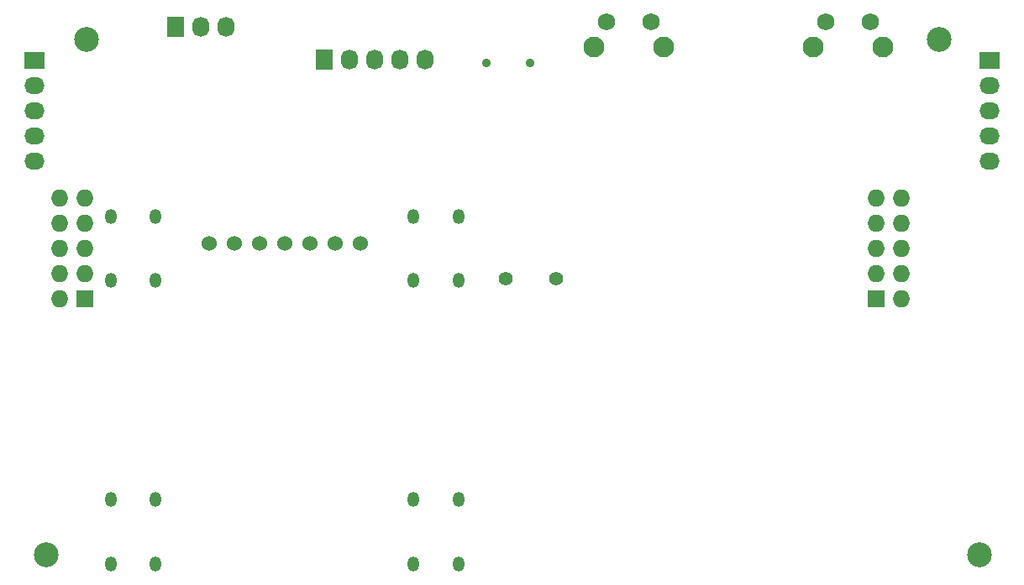
<source format=gbs>
%TF.GenerationSoftware,KiCad,Pcbnew,(5.1.12)-1*%
%TF.CreationDate,2021-11-29T00:37:47+03:00*%
%TF.ProjectId,lepetocontrol,6c657065-746f-4636-9f6e-74726f6c2e6b,rev?*%
%TF.SameCoordinates,Original*%
%TF.FileFunction,Soldermask,Bot*%
%TF.FilePolarity,Negative*%
%FSLAX46Y46*%
G04 Gerber Fmt 4.6, Leading zero omitted, Abs format (unit mm)*
G04 Created by KiCad (PCBNEW (5.1.12)-1) date 2021-11-29 00:37:47*
%MOMM*%
%LPD*%
G01*
G04 APERTURE LIST*
%ADD10O,1.727200X2.032000*%
%ADD11R,1.727200X2.032000*%
%ADD12C,1.422400*%
%ADD13O,1.727200X1.727200*%
%ADD14R,1.727200X1.727200*%
%ADD15C,0.899160*%
%ADD16O,1.200000X1.500000*%
%ADD17C,1.524000*%
%ADD18C,2.500000*%
%ADD19C,2.100000*%
%ADD20C,1.750000*%
%ADD21O,2.032000X1.727200*%
%ADD22R,2.032000X1.727200*%
G04 APERTURE END LIST*
D10*
X216154000Y-85090000D03*
X213614000Y-85090000D03*
X211074000Y-85090000D03*
X208534000Y-85090000D03*
D11*
X205994000Y-85090000D03*
D12*
X224282000Y-107188000D03*
X229362000Y-107188000D03*
D13*
X264160000Y-99060000D03*
X261620000Y-99060000D03*
X264160000Y-101600000D03*
X261620000Y-101600000D03*
X264160000Y-104140000D03*
X261620000Y-104140000D03*
X264160000Y-106680000D03*
X261620000Y-106680000D03*
X264160000Y-109220000D03*
D14*
X261620000Y-109220000D03*
D13*
X179324000Y-99060000D03*
X181864000Y-99060000D03*
X179324000Y-101600000D03*
X181864000Y-101600000D03*
X179324000Y-104140000D03*
X181864000Y-104140000D03*
X179324000Y-106680000D03*
X181864000Y-106680000D03*
X179324000Y-109220000D03*
D14*
X181864000Y-109220000D03*
D10*
X196088000Y-81788000D03*
X193548000Y-81788000D03*
D11*
X191008000Y-81788000D03*
D15*
X222336360Y-85432900D03*
X226735640Y-85432900D03*
D16*
X219500000Y-107350000D03*
X219500000Y-100850000D03*
X215000000Y-107350000D03*
X215000000Y-100850000D03*
X184500000Y-129400000D03*
X184500000Y-135900000D03*
X189000000Y-129400000D03*
X189000000Y-135900000D03*
X219500000Y-135900000D03*
X219500000Y-129400000D03*
X215000000Y-135900000D03*
X215000000Y-129400000D03*
X184500000Y-100850000D03*
X184500000Y-107350000D03*
X189000000Y-100850000D03*
X189000000Y-107350000D03*
D17*
X209620000Y-103600000D03*
X207080000Y-103600000D03*
X204540000Y-103600000D03*
X202000000Y-103600000D03*
X199460000Y-103600000D03*
X196920000Y-103600000D03*
X194380000Y-103600000D03*
D18*
X182000000Y-83000000D03*
X178000000Y-135000000D03*
X268000000Y-83000000D03*
X272000000Y-135000000D03*
D19*
X233192000Y-83770000D03*
D20*
X234442000Y-81280000D03*
X238942000Y-81280000D03*
D19*
X240202000Y-83770000D03*
X255290000Y-83770000D03*
D20*
X256540000Y-81280000D03*
X261040000Y-81280000D03*
D19*
X262300000Y-83770000D03*
D21*
X176784000Y-95278000D03*
X176784000Y-92738000D03*
X176784000Y-90198000D03*
X176784000Y-87658000D03*
D22*
X176784000Y-85118000D03*
D21*
X273050000Y-95278000D03*
X273050000Y-92738000D03*
X273050000Y-90198000D03*
X273050000Y-87658000D03*
D22*
X273050000Y-85118000D03*
M02*

</source>
